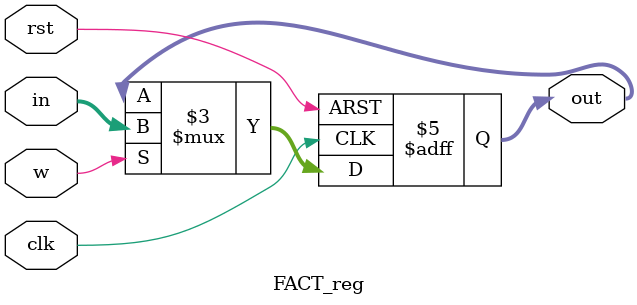
<source format=v>
module FACT_reg(
  input [15:0] in,
  input clk,rst,w,
  output reg [15:0] out);
  
  always @(negedge clk, negedge rst)
  begin
     if (!rst) begin
        out <= 16'd1;
     end   
   else if (w) begin
        out <= in;  
   end
  end
  
endmodule



</source>
